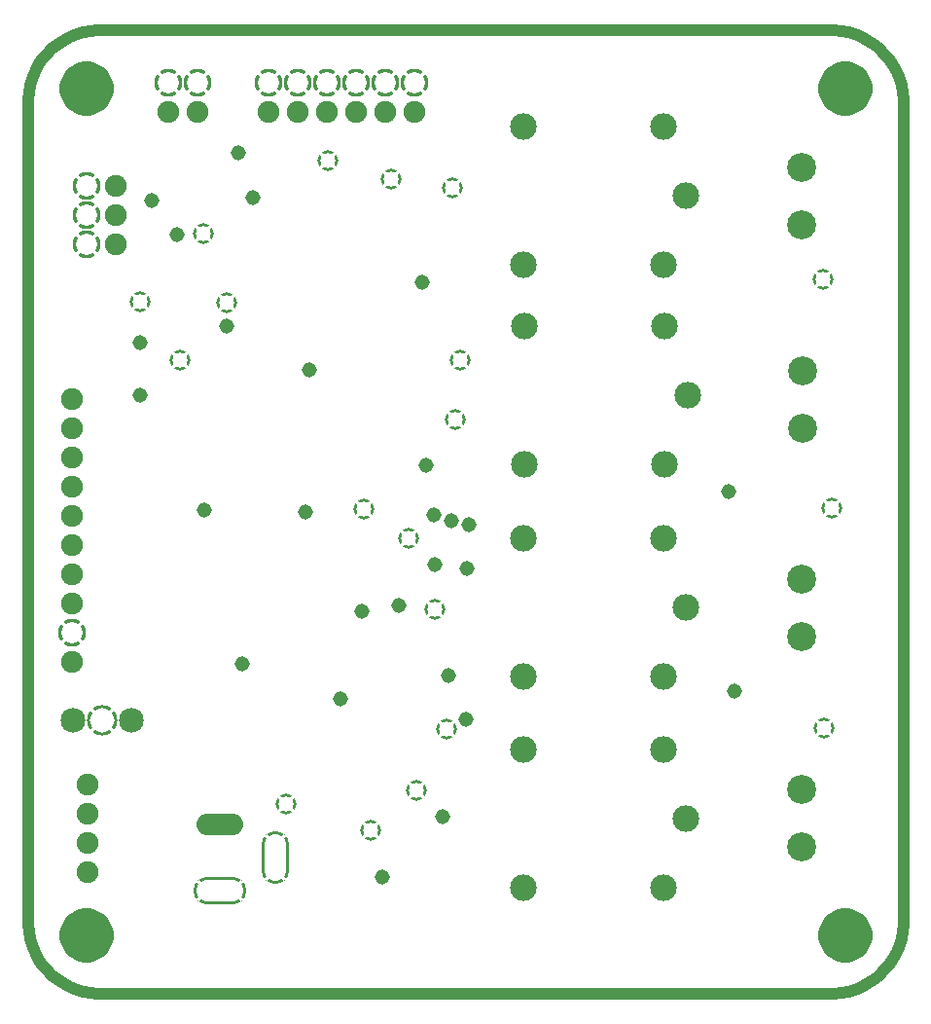
<source format=gbr>
%TF.GenerationSoftware,Altium Limited,Altium Designer,23.9.2 (47)*%
G04 Layer_Physical_Order=2*
G04 Layer_Color=32768*
%FSLAX45Y45*%
%MOMM*%
%TF.SameCoordinates,15915765-FD2E-4A0E-A91D-014651F65676*%
%TF.FilePolarity,Negative*%
%TF.FileFunction,Copper,L2,Inr,Plane*%
%TF.Part,Single*%
G01*
G75*
%TA.AperFunction,NonConductor*%
%ADD40C,1.01600*%
%TA.AperFunction,ComponentPad*%
%ADD41C,1.91600*%
G04:AMPARAMS|DCode=42|XSize=2.424mm|YSize=2.424mm|CornerRadius=0mm|HoleSize=0mm|Usage=FLASHONLY|Rotation=0.000|XOffset=0mm|YOffset=0mm|HoleType=Round|Shape=Relief|Width=0.254mm|Gap=0.254mm|Entries=4|*
%AMTHD42*
7,0,0,2.42400,1.91600,0.25400,45*
%
%ADD42THD42*%
%ADD43C,2.15900*%
G04:AMPARAMS|DCode=44|XSize=2.667mm|YSize=2.667mm|CornerRadius=0mm|HoleSize=0mm|Usage=FLASHONLY|Rotation=0.000|XOffset=0mm|YOffset=0mm|HoleType=Round|Shape=Relief|Width=0.254mm|Gap=0.254mm|Entries=4|*
%AMTHD44*
7,0,0,2.66700,2.15900,0.25400,45*
%
%ADD44THD44*%
%ADD45C,2.51600*%
%ADD46C,2.31600*%
%ADD47O,4.06600X1.86600*%
%AMTHOVALD48*
21,1,2.20000,2.37400,0,0,180.0*
1,1,2.37400,1.10000,0.00000*
1,1,2.37400,-1.10000,0.00000*
21,0,2.20000,1.86600,0,0,180.0*
1,0,1.86600,1.10000,0.00000*
1,0,1.86600,-1.10000,0.00000*
4,0,4,1.01020,0.08980,1.84953,0.92914,2.02914,0.74953,1.18980,-0.08980,1.01020,0.08980,0.0*
4,0,4,-1.18980,0.08980,-2.02914,-0.74953,-1.84953,-0.92914,-1.01020,-0.08980,-1.18980,0.08980,0.0*
4,0,4,1.18980,0.08980,2.02914,-0.74953,1.84953,-0.92914,1.01020,-0.08980,1.18980,0.08980,0.0*
4,0,4,-1.01020,0.08980,-1.84953,0.92914,-2.02914,0.74953,-1.18980,-0.08980,-1.01020,0.08980,0.0*
%
%ADD48THOVALD48*%

%AMTHOVALD49*
21,1,2.20000,2.37400,0,0,90.0*
1,1,2.37400,0.00000,-1.10000*
1,1,2.37400,0.00000,1.10000*
21,0,2.20000,1.86600,0,0,90.0*
1,0,1.86600,0.00000,-1.10000*
1,0,1.86600,0.00000,1.10000*
4,0,4,0.08980,-1.01020,0.92914,-1.84953,0.74953,-2.02914,-0.08980,-1.18980,0.08980,-1.01020,0.0*
4,0,4,0.08980,1.18980,-0.74953,2.02914,-0.92914,1.84953,-0.08980,1.01020,0.08980,1.18980,0.0*
4,0,4,0.08980,-1.18980,-0.74953,-2.02914,-0.92914,-1.84953,-0.08980,-1.01020,0.08980,-1.18980,0.0*
4,0,4,0.08980,1.01020,0.92914,1.84953,0.74953,2.02914,-0.08980,1.18980,0.08980,1.01020,0.0*
%
%ADD49THOVALD49*%

%TA.AperFunction,ViaPad*%
%ADD50C,1.31600*%
G04:AMPARAMS|DCode=51|XSize=1.824mm|YSize=1.824mm|CornerRadius=0mm|HoleSize=0mm|Usage=FLASHONLY|Rotation=0.000|XOffset=0mm|YOffset=0mm|HoleType=Round|Shape=Relief|Width=0.254mm|Gap=0.254mm|Entries=4|*
%AMTHD51*
7,0,0,1.82400,1.31600,0.25400,45*
%
%ADD51THD51*%
G36*
X8436984Y11096121D02*
X8470498Y11082239D01*
X8500659Y11062087D01*
X8526309Y11036437D01*
X8546461Y11006276D01*
X8560343Y10972762D01*
X8567420Y10937185D01*
Y10919048D01*
Y10900911D01*
X8560343Y10865333D01*
X8546461Y10831820D01*
X8526309Y10801659D01*
X8500659Y10776009D01*
X8470498Y10755856D01*
X8436984Y10741975D01*
X8401407Y10734898D01*
X8365133D01*
X8329555Y10741975D01*
X8296042Y10755856D01*
X8265881Y10776009D01*
X8240231Y10801659D01*
X8220078Y10831820D01*
X8206197Y10865333D01*
X8199120Y10900911D01*
Y10919048D01*
Y10937185D01*
X8206197Y10972762D01*
X8220078Y11006276D01*
X8240231Y11036437D01*
X8265881Y11062087D01*
X8296042Y11082239D01*
X8329555Y11096121D01*
X8365133Y11103198D01*
X8401407D01*
X8436984Y11096121D01*
D02*
G37*
G36*
X1832984D02*
X1866498Y11082239D01*
X1896659Y11062087D01*
X1922309Y11036437D01*
X1942461Y11006276D01*
X1956343Y10972762D01*
X1963420Y10937185D01*
Y10919048D01*
Y10900911D01*
X1956343Y10865333D01*
X1942461Y10831820D01*
X1922309Y10801659D01*
X1896659Y10776009D01*
X1866498Y10755856D01*
X1832984Y10741975D01*
X1797407Y10734898D01*
X1761133D01*
X1725555Y10741975D01*
X1692042Y10755856D01*
X1661881Y10776009D01*
X1636231Y10801659D01*
X1616078Y10831820D01*
X1602197Y10865333D01*
X1595120Y10900911D01*
Y10919048D01*
Y10937185D01*
X1602197Y10972762D01*
X1616078Y11006276D01*
X1636231Y11036437D01*
X1661881Y11062087D01*
X1692042Y11082239D01*
X1725555Y11096121D01*
X1761133Y11103198D01*
X1797407D01*
X1832984Y11096121D01*
D02*
G37*
G36*
X8436984Y3730122D02*
X8470498Y3716240D01*
X8500659Y3696087D01*
X8526309Y3670437D01*
X8546461Y3640276D01*
X8560343Y3606763D01*
X8567420Y3571186D01*
Y3553049D01*
Y3534911D01*
X8560343Y3499334D01*
X8546461Y3465821D01*
X8526309Y3435660D01*
X8500659Y3410010D01*
X8470498Y3389857D01*
X8436984Y3375975D01*
X8401407Y3368899D01*
X8365133D01*
X8329555Y3375975D01*
X8296042Y3389857D01*
X8265881Y3410010D01*
X8240231Y3435660D01*
X8220078Y3465821D01*
X8206197Y3499334D01*
X8199120Y3534911D01*
Y3553049D01*
Y3571186D01*
X8206197Y3606763D01*
X8220078Y3640276D01*
X8240231Y3670437D01*
X8265881Y3696087D01*
X8296042Y3716240D01*
X8329555Y3730122D01*
X8365133Y3737199D01*
X8401407D01*
X8436984Y3730122D01*
D02*
G37*
G36*
X1832984D02*
X1866498Y3716240D01*
X1896659Y3696087D01*
X1922309Y3670437D01*
X1942461Y3640276D01*
X1956343Y3606763D01*
X1963420Y3571186D01*
Y3553049D01*
Y3534911D01*
X1956343Y3499334D01*
X1942461Y3465821D01*
X1922309Y3435660D01*
X1896659Y3410010D01*
X1866498Y3389857D01*
X1832984Y3375975D01*
X1797407Y3368899D01*
X1761133D01*
X1725555Y3375975D01*
X1692042Y3389857D01*
X1661881Y3410010D01*
X1636231Y3435660D01*
X1616078Y3465821D01*
X1602197Y3499334D01*
X1595120Y3534911D01*
Y3553049D01*
Y3571186D01*
X1602197Y3606763D01*
X1616078Y3640276D01*
X1636231Y3670437D01*
X1661881Y3696087D01*
X1692042Y3716240D01*
X1725555Y3730122D01*
X1761133Y3737199D01*
X1797407D01*
X1832984Y3730122D01*
D02*
G37*
D40*
X1271270Y3680049D02*
Y10792048D01*
Y3648853D02*
Y3680049D01*
Y3648853D02*
X1277385Y3586762D01*
X1289557Y3525570D01*
X1307668Y3465865D01*
X1331544Y3408224D01*
X1360955Y3353200D01*
X1395618Y3301323D01*
X1435199Y3253094D01*
X1479316Y3208977D01*
X1527545Y3169397D01*
X1579421Y3134734D01*
X1634445Y3105323D01*
X1692087Y3081447D01*
X1751791Y3063336D01*
X1812984Y3051164D01*
X1875074Y3045049D01*
X8287466D01*
X8349556Y3051164D01*
X8410748Y3063336D01*
X8470453Y3081447D01*
X8528095Y3105323D01*
X8583119Y3134734D01*
X8634995Y3169397D01*
X8683224Y3208977D01*
X8727341Y3253094D01*
X8766922Y3301323D01*
X8801584Y3353200D01*
X8830995Y3408224D01*
X8854871Y3465865D01*
X8872983Y3525570D01*
X8885154Y3586762D01*
X8891270Y3648853D01*
Y3680049D01*
Y10792048D01*
X1797407Y3737199D02*
X1832984Y3730122D01*
X1866498Y3716240D01*
X1896659Y3696087D01*
X1922309Y3670437D01*
X1942461Y3640276D01*
X1956343Y3606763D01*
X1963420Y3571186D01*
Y3553049D02*
Y3571186D01*
Y3534911D02*
Y3553049D01*
X1956343Y3499334D02*
X1963420Y3534911D01*
X1942461Y3465821D02*
X1956343Y3499334D01*
X1922309Y3435660D02*
X1942461Y3465821D01*
X1896659Y3410010D02*
X1922309Y3435660D01*
X1866498Y3389857D02*
X1896659Y3410010D01*
X1832984Y3375975D02*
X1866498Y3389857D01*
X1797407Y3368899D02*
X1832984Y3375975D01*
X1761133Y3368899D02*
X1797407D01*
X1725555Y3375975D02*
X1761133Y3368899D01*
X1692042Y3389857D02*
X1725555Y3375975D01*
X1661881Y3410010D02*
X1692042Y3389857D01*
X1636231Y3435660D02*
X1661881Y3410010D01*
X1616078Y3465821D02*
X1636231Y3435660D01*
X1602197Y3499334D02*
X1616078Y3465821D01*
X1595120Y3534911D02*
X1602197Y3499334D01*
X1595120Y3534911D02*
Y3553049D01*
Y3571186D01*
X1602197Y3606763D01*
X1616078Y3640276D01*
X1636231Y3670437D01*
X1661881Y3696087D01*
X1692042Y3716240D01*
X1725555Y3730122D01*
X1761133Y3737199D01*
X1797407D01*
X8401407D02*
X8436984Y3730122D01*
X8470498Y3716240D01*
X8500659Y3696087D01*
X8526309Y3670437D01*
X8546461Y3640276D01*
X8560343Y3606763D01*
X8567420Y3571186D01*
Y3553049D02*
Y3571186D01*
Y3534911D02*
Y3553049D01*
X8560343Y3499334D02*
X8567420Y3534911D01*
X8546461Y3465821D02*
X8560343Y3499334D01*
X8526309Y3435660D02*
X8546461Y3465821D01*
X8500659Y3410010D02*
X8526309Y3435660D01*
X8470498Y3389857D02*
X8500659Y3410010D01*
X8436984Y3375975D02*
X8470498Y3389857D01*
X8401407Y3368899D02*
X8436984Y3375975D01*
X8365133Y3368899D02*
X8401407D01*
X8329555Y3375975D02*
X8365133Y3368899D01*
X8296042Y3389857D02*
X8329555Y3375975D01*
X8265881Y3410010D02*
X8296042Y3389857D01*
X8240231Y3435660D02*
X8265881Y3410010D01*
X8220078Y3465821D02*
X8240231Y3435660D01*
X8206197Y3499334D02*
X8220078Y3465821D01*
X8199120Y3534911D02*
X8206197Y3499334D01*
X8199120Y3534911D02*
Y3553049D01*
Y3571186D01*
X8206197Y3606763D01*
X8220078Y3640276D01*
X8240231Y3670437D01*
X8265881Y3696087D01*
X8296042Y3716240D01*
X8329555Y3730122D01*
X8365133Y3737199D01*
X8401407D01*
X1875074Y11427048D02*
X8287466D01*
X1812984Y11420932D02*
X1875074Y11427048D01*
X1751791Y11408761D02*
X1812984Y11420932D01*
X1692087Y11390649D02*
X1751791Y11408761D01*
X1634445Y11366773D02*
X1692087Y11390649D01*
X1579421Y11337362D02*
X1634445Y11366773D01*
X1527545Y11302700D02*
X1579421Y11337362D01*
X1479316Y11263119D02*
X1527545Y11302700D01*
X1435199Y11219002D02*
X1479316Y11263119D01*
X1395618Y11170773D02*
X1435199Y11219002D01*
X1360955Y11118897D02*
X1395618Y11170773D01*
X1331544Y11063873D02*
X1360955Y11118897D01*
X1307668Y11006231D02*
X1331544Y11063873D01*
X1289557Y10946526D02*
X1307668Y11006231D01*
X1277385Y10885334D02*
X1289557Y10946526D01*
X1271270Y10823244D02*
X1277385Y10885334D01*
X1271270Y10792048D02*
Y10823244D01*
X1797407Y11103198D02*
X1832984Y11096121D01*
X1866498Y11082239D01*
X1896659Y11062087D01*
X1922309Y11036437D01*
X1942461Y11006276D01*
X1956343Y10972762D01*
X1963420Y10937185D01*
Y10919048D02*
Y10937185D01*
Y10900911D02*
Y10919048D01*
X1956343Y10865333D02*
X1963420Y10900911D01*
X1942461Y10831820D02*
X1956343Y10865333D01*
X1922309Y10801659D02*
X1942461Y10831820D01*
X1896659Y10776009D02*
X1922309Y10801659D01*
X1866498Y10755856D02*
X1896659Y10776009D01*
X1832984Y10741975D02*
X1866498Y10755856D01*
X1797407Y10734898D02*
X1832984Y10741975D01*
X1761133Y10734898D02*
X1797407D01*
X1725555Y10741975D02*
X1761133Y10734898D01*
X1692042Y10755856D02*
X1725555Y10741975D01*
X1661881Y10776009D02*
X1692042Y10755856D01*
X1636231Y10801659D02*
X1661881Y10776009D01*
X1616078Y10831820D02*
X1636231Y10801659D01*
X1602197Y10865333D02*
X1616078Y10831820D01*
X1595120Y10900911D02*
X1602197Y10865333D01*
X1595120Y10900911D02*
Y10919048D01*
Y10937185D01*
X1602197Y10972762D01*
X1616078Y11006276D01*
X1636231Y11036437D01*
X1661881Y11062087D01*
X1692042Y11082239D01*
X1725555Y11096121D01*
X1761133Y11103198D01*
X1797407D01*
X8401407D02*
X8436984Y11096121D01*
X8470498Y11082239D01*
X8500659Y11062087D01*
X8526309Y11036437D01*
X8546461Y11006276D01*
X8560343Y10972762D01*
X8567420Y10937185D01*
Y10919048D02*
Y10937185D01*
Y10900911D02*
Y10919048D01*
X8560343Y10865333D02*
X8567420Y10900911D01*
X8546461Y10831820D02*
X8560343Y10865333D01*
X8526309Y10801659D02*
X8546461Y10831820D01*
X8500659Y10776009D02*
X8526309Y10801659D01*
X8470498Y10755856D02*
X8500659Y10776009D01*
X8436984Y10741975D02*
X8470498Y10755856D01*
X8401407Y10734898D02*
X8436984Y10741975D01*
X8365133Y10734898D02*
X8401407D01*
X8329555Y10741975D02*
X8365133Y10734898D01*
X8296042Y10755856D02*
X8329555Y10741975D01*
X8265881Y10776009D02*
X8296042Y10755856D01*
X8240231Y10801659D02*
X8265881Y10776009D01*
X8220078Y10831820D02*
X8240231Y10801659D01*
X8206197Y10865333D02*
X8220078Y10831820D01*
X8199120Y10900911D02*
X8206197Y10865333D01*
X8199120Y10900911D02*
Y10919048D01*
Y10937185D01*
X8206197Y10972762D01*
X8220078Y11006276D01*
X8240231Y11036437D01*
X8265881Y11062087D01*
X8296042Y11082239D01*
X8329555Y11096121D01*
X8365133Y11103198D01*
X8401407D01*
X8287466Y11427048D02*
X8349556Y11420932D01*
X8891270Y10792048D02*
Y10823244D01*
X8885154Y10885334D02*
X8891270Y10823244D01*
X8872983Y10946526D02*
X8885154Y10885334D01*
X8854871Y11006231D02*
X8872983Y10946526D01*
X8830995Y11063873D02*
X8854871Y11006231D01*
X8801584Y11118897D02*
X8830995Y11063873D01*
X8766922Y11170773D02*
X8801584Y11118897D01*
X8727341Y11219002D02*
X8766922Y11170773D01*
X8683224Y11263119D02*
X8727341Y11219002D01*
X8634995Y11302700D02*
X8683224Y11263119D01*
X8583119Y11337362D02*
X8634995Y11302700D01*
X8528095Y11366773D02*
X8583119Y11337362D01*
X8470453Y11390649D02*
X8528095Y11366773D01*
X8410748Y11408761D02*
X8470453Y11390649D01*
X8349556Y11420932D02*
X8410748Y11408761D01*
D41*
X1651000Y5930900D02*
D03*
Y6692900D02*
D03*
Y6946900D02*
D03*
Y7200900D02*
D03*
Y7454900D02*
D03*
Y7708900D02*
D03*
Y7962900D02*
D03*
Y8216900D02*
D03*
Y6438900D02*
D03*
X1790700Y4864100D02*
D03*
Y4610100D02*
D03*
Y4356100D02*
D03*
Y4102100D02*
D03*
X2032000Y9563100D02*
D03*
Y9817100D02*
D03*
Y10071100D02*
D03*
X2743200Y10718800D02*
D03*
X2489200D02*
D03*
X4635500D02*
D03*
X4381500D02*
D03*
X4127500D02*
D03*
X3873500D02*
D03*
X3619500D02*
D03*
X3365500D02*
D03*
D42*
X1651000Y6184900D02*
D03*
X1778000Y9563100D02*
D03*
Y9817100D02*
D03*
Y10071100D02*
D03*
X2743200Y10972800D02*
D03*
X2489200D02*
D03*
X4635500D02*
D03*
X4381500D02*
D03*
X4127500D02*
D03*
X3873500D02*
D03*
X3619500D02*
D03*
X3365500D02*
D03*
D43*
X2166620Y5420360D02*
D03*
X1658620D02*
D03*
D44*
X1912620D02*
D03*
D45*
X8000000Y4320000D02*
D03*
Y4820000D02*
D03*
Y6154900D02*
D03*
Y6654900D02*
D03*
X8013700Y7966900D02*
D03*
Y8466900D02*
D03*
X8000000Y10235800D02*
D03*
Y9735800D02*
D03*
D46*
X6800000Y7004900D02*
D03*
X5580000Y5804900D02*
D03*
X6800000D02*
D03*
X7000000Y6404900D02*
D03*
X5580000Y7004900D02*
D03*
Y5170000D02*
D03*
X7000000Y4570000D02*
D03*
X6800000Y3970000D02*
D03*
X5580000D02*
D03*
X6800000Y5170000D02*
D03*
X5580000Y10585800D02*
D03*
X7000000Y9985800D02*
D03*
X6800000Y9385800D02*
D03*
X5580000D02*
D03*
X6800000Y10585800D02*
D03*
X5592700Y8852500D02*
D03*
X7012700Y8252500D02*
D03*
X6812700Y7652500D02*
D03*
X5592700D02*
D03*
X6812700Y8852500D02*
D03*
D47*
X2939200Y4519100D02*
D03*
D48*
Y3939100D02*
D03*
D49*
X3419200Y4229100D02*
D03*
D50*
X2247900Y8255000D02*
D03*
X2806700Y7251700D02*
D03*
X4813300Y6781800D02*
D03*
X4800600Y7213600D02*
D03*
X3136900Y5918200D02*
D03*
X5080000Y5435600D02*
D03*
X3721100Y8470900D02*
D03*
X4356100Y4064000D02*
D03*
X7366000Y7416800D02*
D03*
X4178300Y6375400D02*
D03*
X4876800Y4584700D02*
D03*
X4699000Y9230200D02*
D03*
X7416800Y5676900D02*
D03*
X4495800Y6426200D02*
D03*
X2997200Y8851900D02*
D03*
X2247900Y8712200D02*
D03*
X3098800Y10363200D02*
D03*
X3987800Y5613400D02*
D03*
X3225800Y9969500D02*
D03*
X2565400Y9652000D02*
D03*
X2349500Y9944100D02*
D03*
X5110480Y7124700D02*
D03*
X4953000Y7162800D02*
D03*
X4737100Y7645400D02*
D03*
X3683000Y7239000D02*
D03*
X5092700Y6743700D02*
D03*
X4927600Y5816600D02*
D03*
D51*
X4584700Y7010400D02*
D03*
X3517900Y4699000D02*
D03*
X4648200Y4813300D02*
D03*
X4914900Y5346700D02*
D03*
X4254500Y4470400D02*
D03*
X5029200Y8559800D02*
D03*
X8191500Y9258300D02*
D03*
X4991100Y8039100D02*
D03*
X4813300Y6388100D02*
D03*
X2590800Y8559800D02*
D03*
X2997200Y9055100D02*
D03*
X3878325Y10295000D02*
D03*
X4432300Y10134600D02*
D03*
X2247900Y9067800D02*
D03*
X4960620Y10053320D02*
D03*
X2800350Y9653270D02*
D03*
X8262700Y7269400D02*
D03*
X4191800Y7264400D02*
D03*
X8200000Y5355200D02*
D03*
%TF.MD5,a38ec5c3d1139b4f71896a92723eb6f0*%
M02*

</source>
